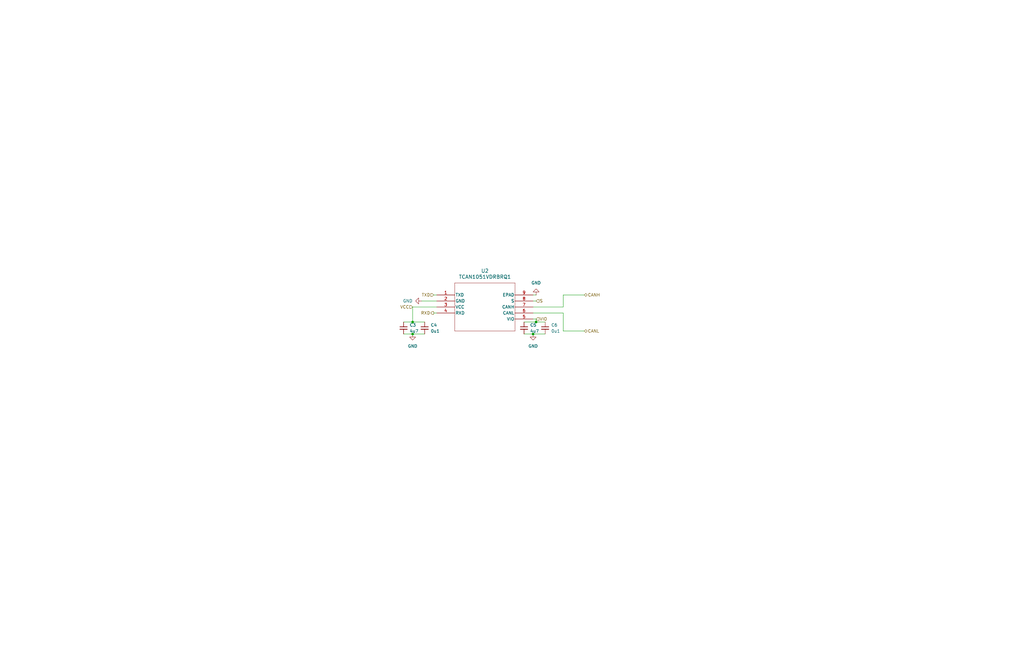
<source format=kicad_sch>
(kicad_sch (version 20250114) (generator "eeschema") (generator_version "9.0")
  (paper "USLedger")
  (title_block (title "HEDGE2 Avionics") (date "2025-06-27") (rev "V0.8") (company "University of Virginia") (comment 1 "Department of Mechanical and Aerospace Engineering"))
  (lib_symbols
    (symbol "Device:C_Small" (pin_numbers (hide yes)) (pin_names (offset 0.254) (hide yes))
      (property "Reference" "C" (at 0.254 1.778 0))
      (property "Value" "C_Small" (at 0.254 -2.032 0))
      (symbol "C_Small_0_1"
        (polyline (pts (xy -1.524 0.508) (xy 1.524 0.508)) (stroke (width 0.3048)))
        (polyline (pts (xy -1.524 -0.508) (xy 1.524 -0.508)) (stroke (width 0.3302)))
      )
      (symbol "C_Small_1_1"
        (pin passive line (at 0 2.54 270) (length 2.032) (name "~") (number "1"))
        (pin passive line (at 0 -2.54 90) (length 2.032) (name "~") (number "2"))
      )
    )
    (symbol "TCAN1051V:TCAN1051VDRBRQ1" (pin_names (offset 0.254))
      (property "Reference" "U" (at 20.32 10.16 0))
      (property "Value" "TCAN1051VDRBRQ1" (at 20.32 7.62 0))
      (symbol "TCAN1051VDRBRQ1_0_1"
        (polyline (pts (xy 7.62 5.08) (xy 7.62 -15.24)) (stroke (width 0.127)))
        (polyline (pts (xy 7.62 -15.24) (xy 33.02 -15.24)) (stroke (width 0.127)))
        (polyline (pts (xy 33.02 5.08) (xy 7.62 5.08)) (stroke (width 0.127)))
        (polyline (pts (xy 33.02 -15.24) (xy 33.02 5.08)) (stroke (width 0.127)))
        (pin unspecified line (at 0 0 0) (length 7.62) (name "TXD") (number "1"))
        (pin power_out line (at 0 -2.54 0) (length 7.62) (name "GND") (number "2"))
        (pin power_in line (at 0 -5.08 0) (length 7.62) (name "VCC") (number "3"))
        (pin unspecified line (at 0 -7.62 0) (length 7.62) (name "RXD") (number "4"))
        (pin unspecified line (at 40.64 0 180) (length 7.62) (name "EPAD") (number "9"))
        (pin unspecified line (at 40.64 -2.54 180) (length 7.62) (name "S") (number "8"))
        (pin unspecified line (at 40.64 -5.08 180) (length 7.62) (name "CANH") (number "7"))
        (pin unspecified line (at 40.64 -7.62 180) (length 7.62) (name "CANL") (number "6"))
        (pin unspecified line (at 40.64 -10.16 180) (length 7.62) (name "VIO") (number "5"))
      )
    )
    (symbol "power:GND" (power) (pin_numbers (hide yes)) (pin_names (offset 0) (hide yes))
      (property "Value" "GND" (at 0 -3.81 0))
      (symbol "GND_0_1"
        (polyline (pts (xy 0 0) (xy 0 -1.27) (xy 1.27 -1.27) (xy 0 -2.54) (xy -1.27 -1.27) (xy 0 -1.27)))
      )
      (symbol "GND_1_1"
        (pin power_in line (at 0 0 270) (length 0) (name "~") (number "1"))
      )
    )
  )
  (junction (at 226.06 135.89))
  (junction (at 173.99 135.89))
  (junction (at 224.79 140.97))
  (junction (at 173.99 140.97))
  (wire (pts (xy 170.18 135.89) (xy 173.99 135.89)))
  (wire (pts (xy 173.99 129.54) (xy 184.15 129.54)))
  (wire (pts (xy 224.79 124.46) (xy 226.06 124.46)))
  (wire (pts (xy 224.79 127) (xy 226.06 127)))
  (wire (pts (xy 237.49 129.54) (xy 224.79 129.54)))
  (wire (pts (xy 226.06 135.89) (xy 229.87 135.89)))
  (wire (pts (xy 173.99 135.89) (xy 179.07 135.89)))
  (wire (pts (xy 220.98 135.89) (xy 226.06 135.89)))
  (wire (pts (xy 182.88 132.08) (xy 184.15 132.08)))
  (wire (pts (xy 220.98 140.97) (xy 224.79 140.97)))
  (wire (pts (xy 182.88 124.46) (xy 184.15 124.46)))
  (wire (pts (xy 224.79 140.97) (xy 229.87 140.97)))
  (wire (pts (xy 237.49 139.7) (xy 246.38 139.7)))
  (wire (pts (xy 224.79 134.62) (xy 226.06 134.62)))
  (wire (pts (xy 170.18 140.97) (xy 173.99 140.97)))
  (wire (pts (xy 237.49 124.46) (xy 237.49 129.54)))
  (wire (pts (xy 226.06 134.62) (xy 226.06 135.89)))
  (wire (pts (xy 237.49 132.08) (xy 224.79 132.08)))
  (wire (pts (xy 173.99 140.97) (xy 179.07 140.97)))
  (wire (pts (xy 237.49 139.7) (xy 237.49 132.08)))
  (wire (pts (xy 237.49 124.46) (xy 246.38 124.46)))
  (wire (pts (xy 177.8 127) (xy 184.15 127)))
  (wire (pts (xy 173.99 135.89) (xy 173.99 129.54)))
  (hierarchical_label "RXD" (shape output) (at 182.88 132.08 180))
  (hierarchical_label "CANL" (shape bidirectional) (at 246.38 139.7 0))
  (hierarchical_label "TXD" (shape input) (at 182.88 124.46 180))
  (hierarchical_label "S" (shape input) (at 226.06 127 0))
  (hierarchical_label "VIO" (shape input) (at 226.06 134.62 0))
  (hierarchical_label "VCC" (shape input) (at 173.99 129.54 180))
  (hierarchical_label "CANH" (shape bidirectional) (at 246.38 124.46 0))
  (symbol (lib_id "power:GND") (at 226.06 124.46 180) (unit 1)
    (property "Reference" "#PWR045" (effects (hide yes)))
    (property "Value" "GND" (at 226.06 119.38 0))
    (property "Description" "Power symbol creates a global label with name \"GND\" , ground" (effects (hide yes)))
    (instances (project "Avionics" (path "" (reference "#PWR045") (unit 1)) (path "" (reference "#PWR051") (unit 1))))
  )
  (symbol (lib_id "power:GND") (at 177.8 127 270) (unit 1)
    (property "Reference" "#PWR043" (effects (hide yes)))
    (property "Value" "GND" (at 173.99 126.9999 90) (effects (justify right)))
    (property "Description" "Power symbol creates a global label with name \"GND\" , ground" (effects (hide yes)))
    (instances (project "Avionics" (path "" (reference "#PWR043") (unit 1)) (path "" (reference "#PWR049") (unit 1))))
  )
  (symbol (lib_id "Device:C_Small") (at 229.87 138.43 0) (unit 1)
    (property "Reference" "C6" (at 232.41 137.1662 0) (effects (justify left)))
    (property "Value" "0u1" (at 232.41 139.7062 0) (effects (justify left)))
    (property "Footprint" "Capacitor_SMD:C_0805_2012Metric" (effects (hide yes)))
    (property "Description" "Unpolarized capacitor, small symbol" (effects (hide yes)))
    (instances (project "Avionics" (path "" (reference "C6") (unit 1)) (path "" (reference "C11") (unit 1))))
  )
  (symbol (lib_id "Device:C_Small") (at 220.98 138.43 0) (unit 1)
    (property "Reference" "C5" (at 223.52 137.1662 0) (effects (justify left)))
    (property "Value" "4u7" (at 223.52 139.7062 0) (effects (justify left)))
    (property "Footprint" "Capacitor_SMD:C_0805_2012Metric" (effects (hide yes)))
    (property "Description" "Unpolarized capacitor, small symbol" (effects (hide yes)))
    (instances (project "Avionics" (path "" (reference "C5") (unit 1)) (path "" (reference "C10") (unit 1))))
  )
  (symbol (lib_id "power:GND") (at 173.99 140.97 0) (unit 1)
    (property "Reference" "#PWR042" (effects (hide yes)))
    (property "Value" "GND" (at 173.99 146.05 0))
    (property "Description" "Power symbol creates a global label with name \"GND\" , ground" (effects (hide yes)))
    (instances (project "Avionics" (path "" (reference "#PWR042") (unit 1)) (path "" (reference "#PWR048") (unit 1))))
  )
  (symbol (lib_id "TCAN1051V:TCAN1051VDRBRQ1") (at 184.15 124.46 0) (unit 1)
    (property "Reference" "U2" (at 204.47 114.3 0) (effects (font (size 1.524 1.524))))
    (property "Value" "TCAN1051VDRBRQ1" (at 204.47 116.84 0) (effects (font (size 1.524 1.524))))
    (property "Footprint" "TCAN1051V:DRB8_TEX" (effects (hide yes)))
    (property "Datasheet" "TCAN1051VDRBRQ1" (effects (hide yes)))
    (instances (project "Avionics" (path "" (reference "U2") (unit 1)) (path "" (reference "U4") (unit 1))))
  )
  (symbol (lib_id "Device:C_Small") (at 170.18 138.43 0) (unit 1)
    (property "Reference" "C3" (at 172.72 137.1662 0) (effects (justify left)))
    (property "Value" "4u7" (at 172.72 139.7062 0) (effects (justify left)))
    (property "Footprint" "Capacitor_SMD:C_0805_2012Metric" (effects (hide yes)))
    (property "Description" "Unpolarized capacitor, small symbol" (effects (hide yes)))
    (instances (project "Avionics" (path "" (reference "C3") (unit 1)) (path "" (reference "C8") (unit 1))))
  )
  (symbol (lib_id "Device:C_Small") (at 179.07 138.43 0) (unit 1)
    (property "Reference" "C4" (at 181.61 137.1662 0) (effects (justify left)))
    (property "Value" "0u1" (at 181.61 139.7062 0) (effects (justify left)))
    (property "Footprint" "Capacitor_SMD:C_0805_2012Metric" (effects (hide yes)))
    (property "Description" "Unpolarized capacitor, small symbol" (effects (hide yes)))
    (instances (project "Avionics" (path "" (reference "C4") (unit 1)) (path "" (reference "C9") (unit 1))))
  )
  (symbol (lib_id "power:GND") (at 224.79 140.97 0) (unit 1)
    (property "Reference" "#PWR044" (effects (hide yes)))
    (property "Value" "GND" (at 224.79 146.05 0))
    (property "Description" "Power symbol creates a global label with name \"GND\" , ground" (effects (hide yes)))
    (instances (project "Avionics" (path "" (reference "#PWR044") (unit 1)) (path "" (reference "#PWR050") (unit 1))))
  )
)
</source>
